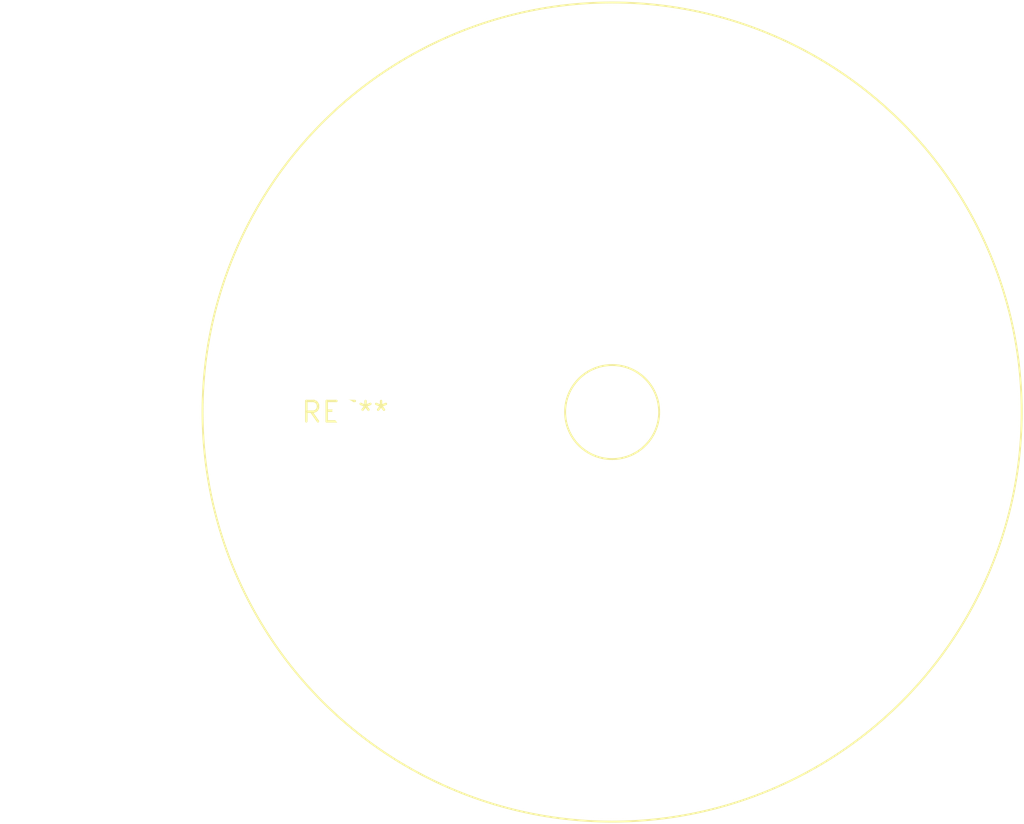
<source format=kicad_pcb>
(kicad_pcb (version 20240108) (generator pcbnew)
  (layers (0 "F.Cu" signal) (31 "B.Cu" signal) (34 "B.Paste" user) (35 "F.Paste" user) (36 "B.SilkS" user "B.Silkscreen") (37 "F.SilkS" user "F.Silkscreen") (38 "B.Mask" user) (39 "F.Mask" user) (44 "Edge.Cuts" user))
  (net 0 "")
  (footprint "L_Radial_D50.8mm_P33.27mm_Vishay_IHB-6" (layer "F.Cu") (at 0 0)
    (property "Reference" "REF**")
    (property "Value" "L_Radial_D50.8mm_P33.27mm_Vishay_IHB-6")
    (fp_circle (center 16.635 0) (end 19.565 0) (layer "F.SilkS") (stroke (width 0.12)) (fill none))
    (fp_circle (center 16.635 0) (end 42.155 0) (layer "F.SilkS") (stroke (width 0.12)) (fill none))
    (pad "1" thru_hole circle (at 0 0) (size 3.2 3.2) (drill 1.6) (layers *.Cu *.Mask) (remove_unused_layers))
    (pad "2" thru_hole circle (at 33.27 0) (size 3.2 3.2) (drill 1.6) (layers *.Cu *.Mask) (remove_unused_layers))
  )
)
</source>
